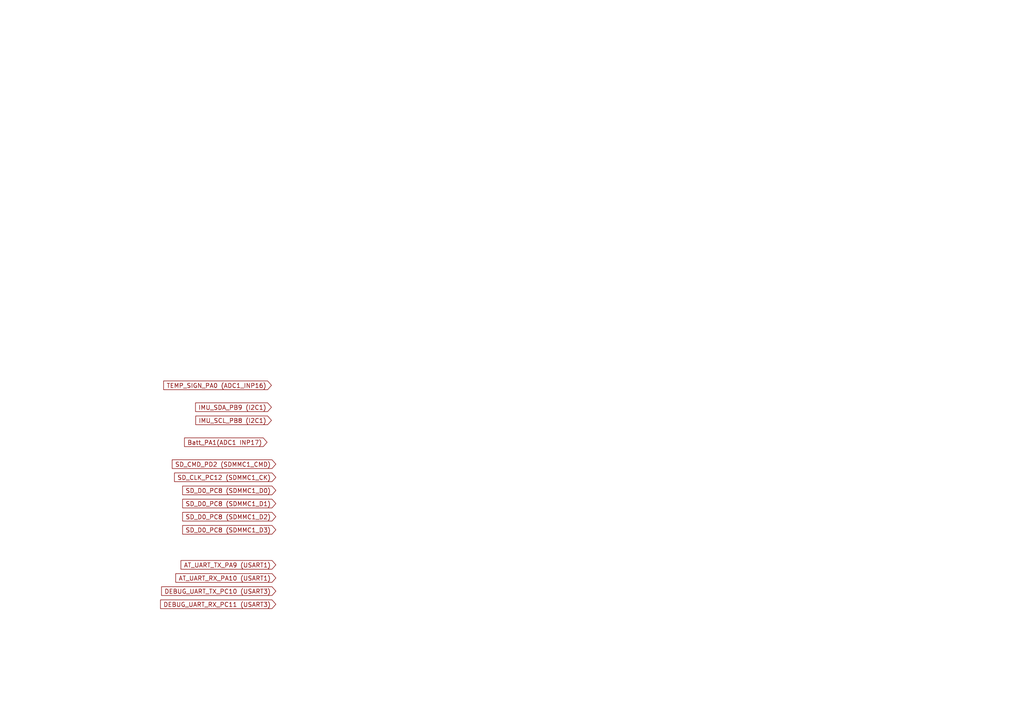
<source format=kicad_sch>
(kicad_sch
	(version 20250114)
	(generator "eeschema")
	(generator_version "9.0")
	(uuid "15fd91ff-14f3-4959-bdad-616534a8bba5")
	(paper "A4")
	(lib_symbols)
	(global_label "SD_CMD_PD2 (SDMMC1_CMD)"
		(shape input)
		(at 80.01 134.62 180)
		(fields_autoplaced yes)
		(effects
			(font
				(size 1.27 1.27)
			)
			(justify right)
		)
		(uuid "0066b448-0c1d-494d-a71d-e64251a41fd0")
		(property "Intersheetrefs" "${INTERSHEET_REFS}"
			(at 49.3874 134.62 0)
			(effects
				(font
					(size 1.27 1.27)
				)
				(justify right)
				(hide yes)
			)
		)
	)
	(global_label "IMU_SDA_PB9 (I2C1)"
		(shape input)
		(at 78.74 118.11 180)
		(fields_autoplaced yes)
		(effects
			(font
				(size 1.27 1.27)
			)
			(justify right)
		)
		(uuid "1e1f0b54-cebe-4735-a3e1-67a9bbfee6ef")
		(property "Intersheetrefs" "${INTERSHEET_REFS}"
			(at 56.1605 118.11 0)
			(effects
				(font
					(size 1.27 1.27)
				)
				(justify right)
				(hide yes)
			)
		)
	)
	(global_label "SD_D0_PC8 (SDMMC1_D0)"
		(shape input)
		(at 80.01 142.24 180)
		(fields_autoplaced yes)
		(effects
			(font
				(size 1.27 1.27)
			)
			(justify right)
		)
		(uuid "2c18b8e8-15be-48cc-be8c-c7506bd46a38")
		(property "Intersheetrefs" "${INTERSHEET_REFS}"
			(at 52.4112 142.24 0)
			(effects
				(font
					(size 1.27 1.27)
				)
				(justify right)
				(hide yes)
			)
		)
	)
	(global_label "SD_CLK_PC12 (SDMMC1_CK)"
		(shape input)
		(at 80.01 138.43 180)
		(fields_autoplaced yes)
		(effects
			(font
				(size 1.27 1.27)
			)
			(justify right)
		)
		(uuid "3790d554-2fa5-4623-85b1-16fde779dac2")
		(property "Intersheetrefs" "${INTERSHEET_REFS}"
			(at 50.0526 138.43 0)
			(effects
				(font
					(size 1.27 1.27)
				)
				(justify right)
				(hide yes)
			)
		)
	)
	(global_label "DEBUG_UART_RX_PC11 (USART3)"
		(shape input)
		(at 80.01 175.26 180)
		(fields_autoplaced yes)
		(effects
			(font
				(size 1.27 1.27)
			)
			(justify right)
		)
		(uuid "44e7e2ef-1001-4920-b580-ac532c843423")
		(property "Intersheetrefs" "${INTERSHEET_REFS}"
			(at 46.0006 175.26 0)
			(effects
				(font
					(size 1.27 1.27)
				)
				(justify right)
				(hide yes)
			)
		)
	)
	(global_label "SD_D0_PC8 (SDMMC1_D2)"
		(shape input)
		(at 80.01 149.86 180)
		(fields_autoplaced yes)
		(effects
			(font
				(size 1.27 1.27)
			)
			(justify right)
		)
		(uuid "88b1dfb3-c70b-4d82-86ed-f11beaeb6860")
		(property "Intersheetrefs" "${INTERSHEET_REFS}"
			(at 52.4112 149.86 0)
			(effects
				(font
					(size 1.27 1.27)
				)
				(justify right)
				(hide yes)
			)
		)
	)
	(global_label "Batt_PA1(ADC1 INP17)"
		(shape input)
		(at 77.47 128.27 180)
		(fields_autoplaced yes)
		(effects
			(font
				(size 1.27 1.27)
			)
			(justify right)
		)
		(uuid "8e463d43-75b4-427b-8d4a-26397d790920")
		(property "Intersheetrefs" "${INTERSHEET_REFS}"
			(at 52.9553 128.27 0)
			(effects
				(font
					(size 1.27 1.27)
				)
				(justify right)
				(hide yes)
			)
		)
	)
	(global_label "AT_UART_TX_PA9 (USART1)"
		(shape input)
		(at 80.01 163.83 180)
		(fields_autoplaced yes)
		(effects
			(font
				(size 1.27 1.27)
			)
			(justify right)
		)
		(uuid "b73f6e66-422d-45f8-b76b-0577beb7df1a")
		(property "Intersheetrefs" "${INTERSHEET_REFS}"
			(at 51.9272 163.83 0)
			(effects
				(font
					(size 1.27 1.27)
				)
				(justify right)
				(hide yes)
			)
		)
	)
	(global_label "TEMP_SIGN_PA0 (ADC1_INP16)"
		(shape input)
		(at 78.74 111.76 180)
		(fields_autoplaced yes)
		(effects
			(font
				(size 1.27 1.27)
			)
			(justify right)
		)
		(uuid "be327c01-3d81-483c-84bd-d3c58f3b043e")
		(property "Intersheetrefs" "${INTERSHEET_REFS}"
			(at 46.9077 111.76 0)
			(effects
				(font
					(size 1.27 1.27)
				)
				(justify right)
				(hide yes)
			)
		)
	)
	(global_label "AT_UART_RX_PA10 (USART1)"
		(shape input)
		(at 80.01 167.64 180)
		(fields_autoplaced yes)
		(effects
			(font
				(size 1.27 1.27)
			)
			(justify right)
		)
		(uuid "bee96d6c-f47f-4cd0-ab56-db36ebd0864c")
		(property "Intersheetrefs" "${INTERSHEET_REFS}"
			(at 50.4153 167.64 0)
			(effects
				(font
					(size 1.27 1.27)
				)
				(justify right)
				(hide yes)
			)
		)
	)
	(global_label "DEBUG_UART_TX_PC10 (USART3)"
		(shape input)
		(at 80.01 171.45 180)
		(fields_autoplaced yes)
		(effects
			(font
				(size 1.27 1.27)
			)
			(justify right)
		)
		(uuid "c2586d5e-4dd1-4075-afd1-bf2dc66f9c7c")
		(property "Intersheetrefs" "${INTERSHEET_REFS}"
			(at 46.303 171.45 0)
			(effects
				(font
					(size 1.27 1.27)
				)
				(justify right)
				(hide yes)
			)
		)
	)
	(global_label "IMU_SCL_PB8 (I2C1)"
		(shape input)
		(at 78.74 121.92 180)
		(fields_autoplaced yes)
		(effects
			(font
				(size 1.27 1.27)
			)
			(justify right)
		)
		(uuid "db3b0511-b53e-47ac-be50-85950d154eab")
		(property "Intersheetrefs" "${INTERSHEET_REFS}"
			(at 56.221 121.92 0)
			(effects
				(font
					(size 1.27 1.27)
				)
				(justify right)
				(hide yes)
			)
		)
	)
	(global_label "SD_D0_PC8 (SDMMC1_D1)"
		(shape input)
		(at 80.01 146.05 180)
		(fields_autoplaced yes)
		(effects
			(font
				(size 1.27 1.27)
			)
			(justify right)
		)
		(uuid "e1f6c9f7-6685-44bf-bc2f-eb9d0e158e53")
		(property "Intersheetrefs" "${INTERSHEET_REFS}"
			(at 52.4112 146.05 0)
			(effects
				(font
					(size 1.27 1.27)
				)
				(justify right)
				(hide yes)
			)
		)
	)
	(global_label "SD_D0_PC8 (SDMMC1_D3)"
		(shape input)
		(at 80.01 153.67 180)
		(fields_autoplaced yes)
		(effects
			(font
				(size 1.27 1.27)
			)
			(justify right)
		)
		(uuid "ef2abb27-15b1-4d9a-9802-1be4f5c8c7cb")
		(property "Intersheetrefs" "${INTERSHEET_REFS}"
			(at 52.4112 153.67 0)
			(effects
				(font
					(size 1.27 1.27)
				)
				(justify right)
				(hide yes)
			)
		)
	)
)

</source>
